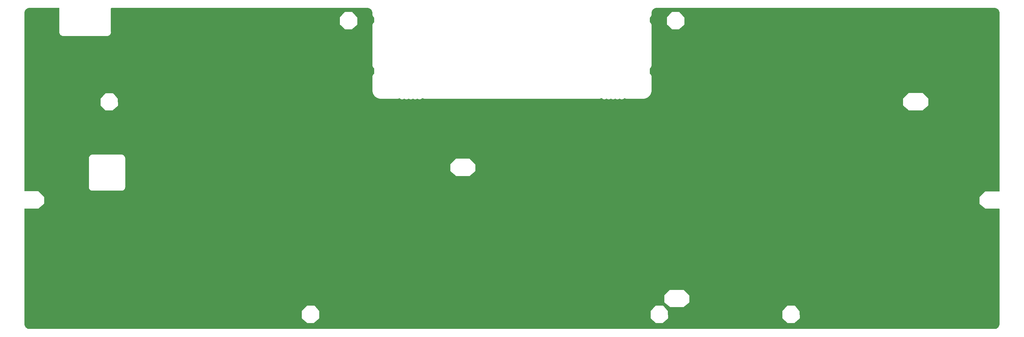
<source format=gtl>
%TF.GenerationSoftware,KiCad,Pcbnew,(6.0.1-0)*%
%TF.CreationDate,2022-02-13T08:08:59+09:00*%
%TF.ProjectId,Nora_plate_bottom,4e6f7261-5f70-46c6-9174-655f626f7474,v.1 (042)*%
%TF.SameCoordinates,Original*%
%TF.FileFunction,Copper,L1,Top*%
%TF.FilePolarity,Positive*%
%FSLAX46Y46*%
G04 Gerber Fmt 4.6, Leading zero omitted, Abs format (unit mm)*
G04 Created by KiCad (PCBNEW (6.0.1-0)) date 2022-02-13 08:08:59*
%MOMM*%
%LPD*%
G01*
G04 APERTURE LIST*
G04 APERTURE END LIST*
%TA.AperFunction,NonConductor*%
G36*
X25995022Y-17584101D02*
G01*
X26009655Y-17586380D01*
X26073886Y-17616627D01*
X26111568Y-17676798D01*
X26115199Y-17694527D01*
X26115894Y-17699837D01*
X26116960Y-17716189D01*
X26116960Y-24625272D01*
X26115460Y-24644656D01*
X26111774Y-24668330D01*
X26112939Y-24677237D01*
X26112934Y-24677629D01*
X26113232Y-24680363D01*
X26113686Y-24685550D01*
X26129625Y-24867737D01*
X26179804Y-25055006D01*
X26182126Y-25059987D01*
X26182127Y-25059988D01*
X26259413Y-25225729D01*
X26259416Y-25225734D01*
X26261739Y-25230716D01*
X26372941Y-25389529D01*
X26510031Y-25526619D01*
X26514539Y-25529776D01*
X26514542Y-25529778D01*
X26664335Y-25634664D01*
X26668844Y-25637821D01*
X26673826Y-25640144D01*
X26673831Y-25640147D01*
X26839572Y-25717433D01*
X26844554Y-25719756D01*
X26849862Y-25721178D01*
X26849864Y-25721179D01*
X27026508Y-25768511D01*
X27026510Y-25768511D01*
X27031823Y-25769935D01*
X27037309Y-25770415D01*
X27037315Y-25770416D01*
X27183470Y-25783204D01*
X27193380Y-25784468D01*
X27212421Y-25787671D01*
X27218802Y-25787749D01*
X27220101Y-25787765D01*
X27220105Y-25787765D01*
X27224960Y-25787824D01*
X27252548Y-25783873D01*
X27270411Y-25782600D01*
X39971753Y-25782600D01*
X39992657Y-25784346D01*
X40012421Y-25787671D01*
X40018563Y-25787746D01*
X40020094Y-25787765D01*
X40020099Y-25787765D01*
X40024960Y-25787824D01*
X40029777Y-25787134D01*
X40029781Y-25787134D01*
X40039328Y-25785767D01*
X40046204Y-25784974D01*
X40086016Y-25781491D01*
X40218097Y-25769935D01*
X40223410Y-25768511D01*
X40223412Y-25768511D01*
X40400056Y-25721179D01*
X40400058Y-25721178D01*
X40405366Y-25719756D01*
X40410348Y-25717433D01*
X40576089Y-25640147D01*
X40576094Y-25640144D01*
X40581076Y-25637821D01*
X40585585Y-25634664D01*
X40735378Y-25529778D01*
X40735381Y-25529776D01*
X40739889Y-25526619D01*
X40876979Y-25389529D01*
X40988181Y-25230716D01*
X40990504Y-25225734D01*
X40990507Y-25225729D01*
X41067793Y-25059988D01*
X41067794Y-25059987D01*
X41070116Y-25055006D01*
X41120295Y-24867737D01*
X41120775Y-24862251D01*
X41120776Y-24862245D01*
X41133564Y-24716090D01*
X41134829Y-24706172D01*
X41138031Y-24687139D01*
X41138184Y-24674600D01*
X41134233Y-24647012D01*
X41132960Y-24629149D01*
X41132960Y-20411718D01*
X107800000Y-20411718D01*
X107800001Y-20468115D01*
X107800022Y-22450000D01*
X107807229Y-22456427D01*
X108071331Y-22691935D01*
X109360004Y-23841086D01*
X111260004Y-23841086D01*
X112860866Y-22450000D01*
X112850000Y-20450000D01*
X111704419Y-19099851D01*
X111461722Y-18813815D01*
X111450000Y-18800000D01*
X109250000Y-18800000D01*
X107800000Y-20400000D01*
X107800000Y-20411718D01*
X41132960Y-20411718D01*
X41132960Y-17727807D01*
X41134706Y-17706905D01*
X41137839Y-17688281D01*
X41168865Y-17624422D01*
X41229490Y-17587474D01*
X41245747Y-17584248D01*
X41248617Y-17583873D01*
X41250205Y-17583665D01*
X41266549Y-17582600D01*
X115750632Y-17582600D01*
X115770016Y-17584100D01*
X115770967Y-17584248D01*
X115784819Y-17586405D01*
X115784821Y-17586405D01*
X115793690Y-17587786D01*
X115802592Y-17586622D01*
X115802594Y-17586622D01*
X115808919Y-17585795D01*
X115834242Y-17585052D01*
X115998086Y-17596770D01*
X116003303Y-17597143D01*
X116021097Y-17599701D01*
X116211500Y-17641121D01*
X116228748Y-17646186D01*
X116411318Y-17714282D01*
X116427670Y-17721749D01*
X116438765Y-17727807D01*
X116598694Y-17815134D01*
X116613808Y-17824848D01*
X116723476Y-17906944D01*
X116769802Y-17941623D01*
X116783388Y-17953396D01*
X116921164Y-18091172D01*
X116932937Y-18104758D01*
X117049712Y-18260752D01*
X117059429Y-18275871D01*
X117152811Y-18446890D01*
X117160278Y-18463242D01*
X117228374Y-18645812D01*
X117233440Y-18663062D01*
X117274859Y-18853463D01*
X117277417Y-18871258D01*
X117289001Y-19033229D01*
X117288257Y-19051133D01*
X117288156Y-19059456D01*
X117286774Y-19068330D01*
X117290378Y-19095884D01*
X117291431Y-19113791D01*
X117287567Y-19422884D01*
X117286077Y-19440694D01*
X117281774Y-19468330D01*
X117282939Y-19477237D01*
X117282934Y-19477629D01*
X117283232Y-19480363D01*
X117283825Y-19487139D01*
X117299625Y-19667737D01*
X117349804Y-19855006D01*
X117352126Y-19859987D01*
X117352127Y-19859988D01*
X117429413Y-20025729D01*
X117429416Y-20025734D01*
X117431739Y-20030716D01*
X117542941Y-20189529D01*
X117680031Y-20326619D01*
X117684539Y-20329776D01*
X117684542Y-20329778D01*
X117746271Y-20373001D01*
X117790599Y-20428458D01*
X117800000Y-20476214D01*
X117800000Y-21672986D01*
X117779998Y-21741107D01*
X117746271Y-21776199D01*
X117684542Y-21819422D01*
X117684541Y-21819423D01*
X117680031Y-21822581D01*
X117542941Y-21959671D01*
X117431739Y-22118484D01*
X117429416Y-22123466D01*
X117429413Y-22123471D01*
X117352127Y-22289212D01*
X117349804Y-22294194D01*
X117299625Y-22481463D01*
X117299146Y-22486942D01*
X117285573Y-22642083D01*
X117284552Y-22650488D01*
X117283155Y-22659457D01*
X117283155Y-22659462D01*
X117281774Y-22668330D01*
X117282938Y-22677232D01*
X117282938Y-22677235D01*
X117285896Y-22699851D01*
X117286960Y-22716189D01*
X117286960Y-34225272D01*
X117285460Y-34244656D01*
X117281774Y-34268330D01*
X117282939Y-34277237D01*
X117282934Y-34277629D01*
X117283232Y-34280363D01*
X117283825Y-34287139D01*
X117299625Y-34467737D01*
X117349804Y-34655006D01*
X117352126Y-34659987D01*
X117352127Y-34659988D01*
X117429413Y-34825729D01*
X117429416Y-34825734D01*
X117431739Y-34830716D01*
X117542941Y-34989529D01*
X117680031Y-35126619D01*
X117684539Y-35129776D01*
X117684542Y-35129778D01*
X117746271Y-35173001D01*
X117790599Y-35228458D01*
X117800000Y-35276214D01*
X117800000Y-36672986D01*
X117779998Y-36741107D01*
X117746271Y-36776199D01*
X117684542Y-36819422D01*
X117684541Y-36819423D01*
X117680031Y-36822581D01*
X117542941Y-36959671D01*
X117431739Y-37118484D01*
X117429416Y-37123466D01*
X117429413Y-37123471D01*
X117352127Y-37289212D01*
X117349804Y-37294194D01*
X117299625Y-37481463D01*
X117299146Y-37486942D01*
X117285573Y-37642083D01*
X117284552Y-37650488D01*
X117283155Y-37659457D01*
X117283155Y-37659462D01*
X117281774Y-37668330D01*
X117285950Y-37700262D01*
X117287013Y-37716436D01*
X117291891Y-41521639D01*
X117290145Y-41542703D01*
X117287696Y-41557260D01*
X117287695Y-41557269D01*
X117286889Y-41562061D01*
X117286736Y-41574600D01*
X117287426Y-41579415D01*
X117287587Y-41581890D01*
X117288155Y-41587485D01*
X117289238Y-41605390D01*
X117305695Y-41877458D01*
X117360387Y-42175901D01*
X117450653Y-42465575D01*
X117575177Y-42742256D01*
X117732144Y-43001911D01*
X117919264Y-43240752D01*
X118133808Y-43455296D01*
X118372649Y-43642416D01*
X118375903Y-43644383D01*
X118629043Y-43797412D01*
X118629047Y-43797414D01*
X118632304Y-43799383D01*
X118751194Y-43852891D01*
X118905509Y-43922343D01*
X118905515Y-43922345D01*
X118908985Y-43923907D01*
X118912621Y-43925040D01*
X119179071Y-44008069D01*
X119198659Y-44014173D01*
X119497102Y-44068865D01*
X119500893Y-44069094D01*
X119500899Y-44069095D01*
X119678955Y-44079864D01*
X119769173Y-44085321D01*
X119782477Y-44086839D01*
X119787421Y-44087671D01*
X119793898Y-44087750D01*
X119795101Y-44087765D01*
X119795105Y-44087765D01*
X119799960Y-44087824D01*
X119827548Y-44083873D01*
X119845411Y-44082600D01*
X124471753Y-44082600D01*
X124492657Y-44084346D01*
X124512421Y-44087671D01*
X124518563Y-44087746D01*
X124520094Y-44087765D01*
X124520099Y-44087765D01*
X124524960Y-44087824D01*
X124529777Y-44087134D01*
X124529781Y-44087134D01*
X124539328Y-44085767D01*
X124546204Y-44084974D01*
X124586016Y-44081491D01*
X124718097Y-44069935D01*
X124723410Y-44068511D01*
X124723412Y-44068511D01*
X124900056Y-44021179D01*
X124900058Y-44021178D01*
X124905366Y-44019756D01*
X124911633Y-44016834D01*
X124983662Y-43983246D01*
X125081076Y-43937821D01*
X125084835Y-43935189D01*
X125153558Y-43918518D01*
X125220650Y-43941739D01*
X125249500Y-43970319D01*
X125254801Y-43977615D01*
X125259711Y-43982036D01*
X125259712Y-43982037D01*
X125377201Y-44087824D01*
X125395739Y-44104516D01*
X125559981Y-44199341D01*
X125566267Y-44201383D01*
X125566266Y-44201383D01*
X125734070Y-44255906D01*
X125734071Y-44255906D01*
X125740349Y-44257946D01*
X125746912Y-44258636D01*
X125746913Y-44258636D01*
X125770347Y-44261099D01*
X125881674Y-44272800D01*
X125976246Y-44272800D01*
X126087573Y-44261099D01*
X126111007Y-44258636D01*
X126111008Y-44258636D01*
X126117571Y-44257946D01*
X126123849Y-44255906D01*
X126123850Y-44255906D01*
X126291654Y-44201383D01*
X126291653Y-44201383D01*
X126297939Y-44199341D01*
X126462181Y-44104516D01*
X126479652Y-44088785D01*
X126543658Y-44058069D01*
X126614111Y-44066834D01*
X126648267Y-44088784D01*
X126665739Y-44104516D01*
X126829981Y-44199341D01*
X126836267Y-44201383D01*
X126836266Y-44201383D01*
X127004070Y-44255906D01*
X127004071Y-44255906D01*
X127010349Y-44257946D01*
X127016912Y-44258636D01*
X127016913Y-44258636D01*
X127040347Y-44261099D01*
X127151674Y-44272800D01*
X127246246Y-44272800D01*
X127357573Y-44261099D01*
X127381007Y-44258636D01*
X127381008Y-44258636D01*
X127387571Y-44257946D01*
X127393849Y-44255906D01*
X127393850Y-44255906D01*
X127561654Y-44201383D01*
X127561653Y-44201383D01*
X127567939Y-44199341D01*
X127732181Y-44104516D01*
X127749652Y-44088785D01*
X127813658Y-44058069D01*
X127884111Y-44066834D01*
X127918267Y-44088784D01*
X127935739Y-44104516D01*
X128099981Y-44199341D01*
X128106267Y-44201383D01*
X128106266Y-44201383D01*
X128274070Y-44255906D01*
X128274071Y-44255906D01*
X128280349Y-44257946D01*
X128286912Y-44258636D01*
X128286913Y-44258636D01*
X128310347Y-44261099D01*
X128421674Y-44272800D01*
X128516246Y-44272800D01*
X128627573Y-44261099D01*
X128651007Y-44258636D01*
X128651008Y-44258636D01*
X128657571Y-44257946D01*
X128663849Y-44255906D01*
X128663850Y-44255906D01*
X128831654Y-44201383D01*
X128831653Y-44201383D01*
X128837939Y-44199341D01*
X129002181Y-44104516D01*
X129019652Y-44088785D01*
X129083658Y-44058069D01*
X129154111Y-44066834D01*
X129188267Y-44088784D01*
X129205739Y-44104516D01*
X129369981Y-44199341D01*
X129376267Y-44201383D01*
X129376266Y-44201383D01*
X129544070Y-44255906D01*
X129544071Y-44255906D01*
X129550349Y-44257946D01*
X129556912Y-44258636D01*
X129556913Y-44258636D01*
X129580347Y-44261099D01*
X129691674Y-44272800D01*
X129786246Y-44272800D01*
X129897573Y-44261099D01*
X129921007Y-44258636D01*
X129921008Y-44258636D01*
X129927571Y-44257946D01*
X129933849Y-44255906D01*
X129933850Y-44255906D01*
X130101654Y-44201383D01*
X130101653Y-44201383D01*
X130107939Y-44199341D01*
X130272181Y-44104516D01*
X130289652Y-44088785D01*
X130353658Y-44058069D01*
X130424111Y-44066834D01*
X130458267Y-44088784D01*
X130475739Y-44104516D01*
X130639981Y-44199341D01*
X130646267Y-44201383D01*
X130646266Y-44201383D01*
X130814070Y-44255906D01*
X130814071Y-44255906D01*
X130820349Y-44257946D01*
X130826912Y-44258636D01*
X130826913Y-44258636D01*
X130850347Y-44261099D01*
X130961674Y-44272800D01*
X131056246Y-44272800D01*
X131167573Y-44261099D01*
X131191007Y-44258636D01*
X131191008Y-44258636D01*
X131197571Y-44257946D01*
X131203849Y-44255906D01*
X131203850Y-44255906D01*
X131371654Y-44201383D01*
X131371653Y-44201383D01*
X131377939Y-44199341D01*
X131542181Y-44104516D01*
X131560720Y-44087824D01*
X131678208Y-43982037D01*
X131678209Y-43982036D01*
X131683119Y-43977615D01*
X131709185Y-43941739D01*
X131725847Y-43918805D01*
X131782069Y-43875451D01*
X131852805Y-43869376D01*
X131900051Y-43889652D01*
X131968844Y-43937821D01*
X131973826Y-43940144D01*
X131973831Y-43940147D01*
X132139572Y-44017433D01*
X132144554Y-44019756D01*
X132149862Y-44021178D01*
X132149864Y-44021179D01*
X132326508Y-44068511D01*
X132326510Y-44068511D01*
X132331823Y-44069935D01*
X132337309Y-44070415D01*
X132337315Y-44070416D01*
X132483470Y-44083204D01*
X132493380Y-44084468D01*
X132512421Y-44087671D01*
X132518802Y-44087749D01*
X132520101Y-44087765D01*
X132520105Y-44087765D01*
X132524960Y-44087824D01*
X132552548Y-44083873D01*
X132570411Y-44082600D01*
X183271753Y-44082600D01*
X183292657Y-44084346D01*
X183312421Y-44087671D01*
X183318563Y-44087746D01*
X183320094Y-44087765D01*
X183320099Y-44087765D01*
X183324960Y-44087824D01*
X183329777Y-44087134D01*
X183329781Y-44087134D01*
X183339328Y-44085767D01*
X183346204Y-44084974D01*
X183386016Y-44081491D01*
X183518097Y-44069935D01*
X183523410Y-44068511D01*
X183523412Y-44068511D01*
X183700056Y-44021179D01*
X183700058Y-44021178D01*
X183705366Y-44019756D01*
X183710348Y-44017433D01*
X183876089Y-43940147D01*
X183876094Y-43940144D01*
X183881076Y-43937821D01*
X183889337Y-43932037D01*
X183969967Y-43875579D01*
X184037241Y-43852891D01*
X184106102Y-43870176D01*
X184144173Y-43904730D01*
X184156915Y-43922267D01*
X184160801Y-43927615D01*
X184165711Y-43932036D01*
X184165712Y-43932037D01*
X184281815Y-44036576D01*
X184301739Y-44054516D01*
X184465981Y-44149341D01*
X184472267Y-44151383D01*
X184472266Y-44151383D01*
X184640070Y-44205906D01*
X184640071Y-44205906D01*
X184646349Y-44207946D01*
X184652912Y-44208636D01*
X184652913Y-44208636D01*
X184676347Y-44211099D01*
X184787674Y-44222800D01*
X184882246Y-44222800D01*
X184993573Y-44211099D01*
X185017007Y-44208636D01*
X185017008Y-44208636D01*
X185023571Y-44207946D01*
X185029849Y-44205906D01*
X185029850Y-44205906D01*
X185197654Y-44151383D01*
X185197653Y-44151383D01*
X185203939Y-44149341D01*
X185368181Y-44054516D01*
X185385652Y-44038785D01*
X185449658Y-44008069D01*
X185520111Y-44016834D01*
X185554267Y-44038784D01*
X185571739Y-44054516D01*
X185735981Y-44149341D01*
X185742267Y-44151383D01*
X185742266Y-44151383D01*
X185910070Y-44205906D01*
X185910071Y-44205906D01*
X185916349Y-44207946D01*
X185922912Y-44208636D01*
X185922913Y-44208636D01*
X185946347Y-44211099D01*
X186057674Y-44222800D01*
X186152246Y-44222800D01*
X186263573Y-44211099D01*
X186287007Y-44208636D01*
X186287008Y-44208636D01*
X186293571Y-44207946D01*
X186299849Y-44205906D01*
X186299850Y-44205906D01*
X186467654Y-44151383D01*
X186467653Y-44151383D01*
X186473939Y-44149341D01*
X186638181Y-44054516D01*
X186655652Y-44038785D01*
X186719658Y-44008069D01*
X186790111Y-44016834D01*
X186824267Y-44038784D01*
X186841739Y-44054516D01*
X187005981Y-44149341D01*
X187012267Y-44151383D01*
X187012266Y-44151383D01*
X187180070Y-44205906D01*
X187180071Y-44205906D01*
X187186349Y-44207946D01*
X187192912Y-44208636D01*
X187192913Y-44208636D01*
X187216347Y-44211099D01*
X187327674Y-44222800D01*
X187422246Y-44222800D01*
X187533573Y-44211099D01*
X187557007Y-44208636D01*
X187557008Y-44208636D01*
X187563571Y-44207946D01*
X187569849Y-44205906D01*
X187569850Y-44205906D01*
X187737654Y-44151383D01*
X187737653Y-44151383D01*
X187743939Y-44149341D01*
X187908181Y-44054516D01*
X187925652Y-44038785D01*
X187989658Y-44008069D01*
X188060111Y-44016834D01*
X188094267Y-44038784D01*
X188111739Y-44054516D01*
X188275981Y-44149341D01*
X188282267Y-44151383D01*
X188282266Y-44151383D01*
X188450070Y-44205906D01*
X188450071Y-44205906D01*
X188456349Y-44207946D01*
X188462912Y-44208636D01*
X188462913Y-44208636D01*
X188486347Y-44211099D01*
X188597674Y-44222800D01*
X188692246Y-44222800D01*
X188803573Y-44211099D01*
X188827007Y-44208636D01*
X188827008Y-44208636D01*
X188833571Y-44207946D01*
X188839849Y-44205906D01*
X188839850Y-44205906D01*
X189007654Y-44151383D01*
X189007653Y-44151383D01*
X189013939Y-44149341D01*
X189178181Y-44054516D01*
X189195652Y-44038785D01*
X189259658Y-44008069D01*
X189330111Y-44016834D01*
X189364267Y-44038784D01*
X189381739Y-44054516D01*
X189545981Y-44149341D01*
X189552267Y-44151383D01*
X189552266Y-44151383D01*
X189720070Y-44205906D01*
X189720071Y-44205906D01*
X189726349Y-44207946D01*
X189732912Y-44208636D01*
X189732913Y-44208636D01*
X189756347Y-44211099D01*
X189867674Y-44222800D01*
X189962246Y-44222800D01*
X190073573Y-44211099D01*
X190097007Y-44208636D01*
X190097008Y-44208636D01*
X190103571Y-44207946D01*
X190109849Y-44205906D01*
X190109850Y-44205906D01*
X190277654Y-44151383D01*
X190277653Y-44151383D01*
X190283939Y-44149341D01*
X190448181Y-44054516D01*
X190586886Y-43929626D01*
X190650891Y-43898910D01*
X190721345Y-43907674D01*
X190743458Y-43920046D01*
X190768844Y-43937821D01*
X190773822Y-43940142D01*
X190773825Y-43940144D01*
X190939572Y-44017433D01*
X190944554Y-44019756D01*
X190949862Y-44021178D01*
X190949864Y-44021179D01*
X191126508Y-44068511D01*
X191126510Y-44068511D01*
X191131823Y-44069935D01*
X191137309Y-44070415D01*
X191137315Y-44070416D01*
X191283470Y-44083204D01*
X191293380Y-44084468D01*
X191312421Y-44087671D01*
X191318802Y-44087749D01*
X191320101Y-44087765D01*
X191320105Y-44087765D01*
X191324960Y-44087824D01*
X191352548Y-44083873D01*
X191370411Y-44082600D01*
X195996753Y-44082600D01*
X196017657Y-44084346D01*
X196037421Y-44087671D01*
X196043749Y-44087748D01*
X196045101Y-44087765D01*
X196045105Y-44087765D01*
X196049960Y-44087824D01*
X196054775Y-44087134D01*
X196057250Y-44086973D01*
X196062845Y-44086405D01*
X196349022Y-44069095D01*
X196349028Y-44069094D01*
X196352818Y-44068865D01*
X196651261Y-44014173D01*
X196670850Y-44008069D01*
X196675237Y-44006702D01*
X271811731Y-44006702D01*
X271811732Y-44054516D01*
X271811753Y-46046054D01*
X273521735Y-47437137D01*
X277461731Y-47437137D01*
X279141093Y-46036815D01*
X279160734Y-44036815D01*
X279144543Y-44021179D01*
X277474764Y-42408637D01*
X277474763Y-42408637D01*
X277461731Y-42396051D01*
X273411731Y-42396051D01*
X271811731Y-43996054D01*
X271811731Y-44006702D01*
X196675237Y-44006702D01*
X196937299Y-43925040D01*
X196940935Y-43923907D01*
X196944405Y-43922345D01*
X196944411Y-43922343D01*
X197098726Y-43852891D01*
X197217616Y-43799383D01*
X197220873Y-43797414D01*
X197220877Y-43797412D01*
X197474017Y-43644383D01*
X197477271Y-43642416D01*
X197716112Y-43455296D01*
X197930656Y-43240752D01*
X198117776Y-43001911D01*
X198274743Y-42742256D01*
X198399267Y-42465575D01*
X198489533Y-42175901D01*
X198544225Y-41877458D01*
X198560681Y-41605387D01*
X198562199Y-41592083D01*
X198562223Y-41591940D01*
X198563031Y-41587139D01*
X198563184Y-41574600D01*
X198559174Y-41546597D01*
X198557902Y-41528903D01*
X198553029Y-37727561D01*
X198554775Y-37706497D01*
X198557224Y-37691940D01*
X198557225Y-37691931D01*
X198558031Y-37687139D01*
X198558184Y-37674600D01*
X198557287Y-37668330D01*
X198556127Y-37660232D01*
X198555334Y-37653356D01*
X198540774Y-37486943D01*
X198540774Y-37486942D01*
X198540295Y-37481463D01*
X198490116Y-37294194D01*
X198487793Y-37289212D01*
X198410507Y-37123471D01*
X198410504Y-37123466D01*
X198408181Y-37118484D01*
X198296979Y-36959671D01*
X198159889Y-36822581D01*
X198153732Y-36818270D01*
X198153176Y-36817575D01*
X198151165Y-36815887D01*
X198151504Y-36815483D01*
X198109402Y-36762815D01*
X198100000Y-36715055D01*
X198100000Y-35234145D01*
X198120002Y-35166024D01*
X198151294Y-35133467D01*
X198151165Y-35133313D01*
X198152595Y-35132113D01*
X198153732Y-35130930D01*
X198155379Y-35129777D01*
X198159889Y-35126619D01*
X198296979Y-34989529D01*
X198408181Y-34830716D01*
X198410504Y-34825734D01*
X198410507Y-34825729D01*
X198487793Y-34659988D01*
X198487794Y-34659987D01*
X198490116Y-34655006D01*
X198540295Y-34467737D01*
X198540775Y-34462251D01*
X198540776Y-34462245D01*
X198553564Y-34316090D01*
X198554829Y-34306172D01*
X198558031Y-34287139D01*
X198558184Y-34274600D01*
X198554233Y-34247012D01*
X198552960Y-34229149D01*
X198552960Y-22727807D01*
X198554706Y-22706903D01*
X198557224Y-22691935D01*
X198558031Y-22687139D01*
X198558184Y-22674600D01*
X198557287Y-22668330D01*
X198556127Y-22660232D01*
X198555334Y-22653356D01*
X198540774Y-22486943D01*
X198540774Y-22486942D01*
X198540295Y-22481463D01*
X198533587Y-22456427D01*
X198491539Y-22299504D01*
X198491538Y-22299502D01*
X198490116Y-22294194D01*
X198487793Y-22289212D01*
X198410507Y-22123471D01*
X198410504Y-22123466D01*
X198408181Y-22118484D01*
X198296979Y-21959671D01*
X198159889Y-21822581D01*
X198153732Y-21818270D01*
X198153176Y-21817575D01*
X198151165Y-21815887D01*
X198151504Y-21815483D01*
X198109402Y-21762815D01*
X198100000Y-21715055D01*
X198100000Y-20434145D01*
X198106585Y-20411718D01*
X203050000Y-20411718D01*
X203050001Y-20468115D01*
X203050022Y-22450000D01*
X203057229Y-22456427D01*
X203321331Y-22691935D01*
X204610004Y-23841086D01*
X206510004Y-23841086D01*
X208110866Y-22450000D01*
X208100000Y-20450000D01*
X206954419Y-19099851D01*
X206711722Y-18813815D01*
X206700000Y-18800000D01*
X204500000Y-18800000D01*
X203050000Y-20400000D01*
X203050000Y-20411718D01*
X198106585Y-20411718D01*
X198120002Y-20366024D01*
X198151294Y-20333467D01*
X198151165Y-20333313D01*
X198152595Y-20332113D01*
X198153732Y-20330930D01*
X198155379Y-20329777D01*
X198159889Y-20326619D01*
X198296979Y-20189529D01*
X198408181Y-20030716D01*
X198410504Y-20025734D01*
X198410507Y-20025729D01*
X198487793Y-19859988D01*
X198487794Y-19859987D01*
X198490116Y-19855006D01*
X198540295Y-19667737D01*
X198540775Y-19662251D01*
X198540776Y-19662245D01*
X198553564Y-19516090D01*
X198554829Y-19506172D01*
X198558031Y-19487139D01*
X198558184Y-19474600D01*
X198554801Y-19450978D01*
X198553538Y-19431540D01*
X198557353Y-19126316D01*
X198558843Y-19108506D01*
X198561765Y-19089741D01*
X198561765Y-19089739D01*
X198563146Y-19080870D01*
X198561982Y-19071966D01*
X198561155Y-19065641D01*
X198560412Y-19040313D01*
X198572503Y-18871257D01*
X198575061Y-18853463D01*
X198616480Y-18663062D01*
X198621546Y-18645812D01*
X198689642Y-18463242D01*
X198697109Y-18446890D01*
X198790491Y-18275871D01*
X198800208Y-18260752D01*
X198916983Y-18104758D01*
X198928756Y-18091172D01*
X199066532Y-17953396D01*
X199080118Y-17941623D01*
X199126444Y-17906944D01*
X199236112Y-17824848D01*
X199251226Y-17815134D01*
X199411155Y-17727807D01*
X199422250Y-17721749D01*
X199438602Y-17714282D01*
X199621172Y-17646186D01*
X199638420Y-17641121D01*
X199828823Y-17599701D01*
X199846618Y-17597143D01*
X199895517Y-17593646D01*
X200008591Y-17585559D01*
X200026493Y-17586303D01*
X200034818Y-17586405D01*
X200043690Y-17587786D01*
X200052592Y-17586622D01*
X200052595Y-17586622D01*
X200072751Y-17583986D01*
X200075212Y-17583664D01*
X200091549Y-17582600D01*
X298375632Y-17582600D01*
X298395016Y-17584100D01*
X298395967Y-17584248D01*
X298409819Y-17586405D01*
X298409821Y-17586405D01*
X298418690Y-17587786D01*
X298427592Y-17586622D01*
X298427594Y-17586622D01*
X298433919Y-17585795D01*
X298459242Y-17585052D01*
X298623086Y-17596770D01*
X298628303Y-17597143D01*
X298646097Y-17599701D01*
X298836500Y-17641121D01*
X298853748Y-17646186D01*
X299036318Y-17714282D01*
X299052670Y-17721749D01*
X299063765Y-17727807D01*
X299223694Y-17815134D01*
X299238808Y-17824848D01*
X299348476Y-17906944D01*
X299394802Y-17941623D01*
X299408388Y-17953396D01*
X299546164Y-18091172D01*
X299557937Y-18104758D01*
X299674712Y-18260752D01*
X299684429Y-18275871D01*
X299777811Y-18446890D01*
X299785278Y-18463242D01*
X299853374Y-18645812D01*
X299858440Y-18663062D01*
X299899859Y-18853463D01*
X299902417Y-18871258D01*
X299914001Y-19033229D01*
X299913257Y-19051133D01*
X299913155Y-19059458D01*
X299911774Y-19068330D01*
X299912938Y-19077232D01*
X299912938Y-19077235D01*
X299915896Y-19099851D01*
X299916960Y-19116189D01*
X299916960Y-70938765D01*
X299896958Y-71006886D01*
X299843302Y-71053379D01*
X299792112Y-71064760D01*
X299709956Y-71065511D01*
X299709139Y-71065518D01*
X299707988Y-71065523D01*
X295658592Y-71065523D01*
X294058592Y-72665526D01*
X294058614Y-74715526D01*
X295768596Y-76106609D01*
X299708592Y-76106609D01*
X299790469Y-76106289D01*
X299858666Y-76126025D01*
X299905368Y-76179498D01*
X299916960Y-76232288D01*
X299916960Y-109625272D01*
X299915460Y-109644656D01*
X299911774Y-109668330D01*
X299912938Y-109677232D01*
X299912938Y-109677234D01*
X299913765Y-109683559D01*
X299914508Y-109708887D01*
X299902417Y-109877943D01*
X299899859Y-109895737D01*
X299858440Y-110086138D01*
X299853374Y-110103388D01*
X299785278Y-110285958D01*
X299777811Y-110302310D01*
X299684429Y-110473329D01*
X299674712Y-110488448D01*
X299616976Y-110565575D01*
X299557937Y-110644442D01*
X299546164Y-110658028D01*
X299408388Y-110795804D01*
X299394801Y-110807577D01*
X299238808Y-110924352D01*
X299223694Y-110934066D01*
X299117980Y-110991790D01*
X299052670Y-111027451D01*
X299036318Y-111034918D01*
X298853748Y-111103014D01*
X298836500Y-111108079D01*
X298672982Y-111143651D01*
X298646097Y-111149499D01*
X298628302Y-111152057D01*
X298579403Y-111155554D01*
X298466329Y-111163641D01*
X298448427Y-111162897D01*
X298440102Y-111162795D01*
X298431230Y-111161414D01*
X298422328Y-111162578D01*
X298422325Y-111162578D01*
X298399709Y-111165536D01*
X298383371Y-111166600D01*
X17474288Y-111166600D01*
X17454903Y-111165100D01*
X17454621Y-111165056D01*
X17452077Y-111164660D01*
X17440101Y-111162795D01*
X17440099Y-111162795D01*
X17431230Y-111161414D01*
X17422328Y-111162578D01*
X17422326Y-111162578D01*
X17416001Y-111163405D01*
X17390678Y-111164148D01*
X17221617Y-111152057D01*
X17203823Y-111149499D01*
X17176938Y-111143651D01*
X17013420Y-111108079D01*
X16996172Y-111103014D01*
X16813602Y-111034918D01*
X16797250Y-111027451D01*
X16731940Y-110991790D01*
X16626226Y-110934066D01*
X16611112Y-110924352D01*
X16455119Y-110807577D01*
X16441532Y-110795804D01*
X16303756Y-110658028D01*
X16291983Y-110644442D01*
X16232944Y-110565575D01*
X16175208Y-110488448D01*
X16165491Y-110473329D01*
X16072109Y-110302310D01*
X16064642Y-110285958D01*
X15996546Y-110103388D01*
X15991480Y-110086138D01*
X15950061Y-109895737D01*
X15947503Y-109877942D01*
X15935919Y-109715971D01*
X15936663Y-109698067D01*
X15936765Y-109689742D01*
X15938146Y-109680870D01*
X15936507Y-109668330D01*
X15934024Y-109649349D01*
X15932960Y-109633011D01*
X15932960Y-106011718D01*
X96750000Y-106011718D01*
X96750001Y-106068115D01*
X96750022Y-108050000D01*
X96757229Y-108056427D01*
X98296484Y-109429030D01*
X98310004Y-109441086D01*
X100210004Y-109441086D01*
X101810866Y-108050000D01*
X101800000Y-106050000D01*
X101767518Y-106011718D01*
X198300000Y-106011718D01*
X198300001Y-106068115D01*
X198300022Y-108050000D01*
X198307229Y-108056427D01*
X199846484Y-109429030D01*
X199860004Y-109441086D01*
X201760004Y-109441086D01*
X203360866Y-108050000D01*
X203350000Y-106050000D01*
X203317518Y-106011718D01*
X236650000Y-106011718D01*
X236650001Y-106068115D01*
X236650022Y-108050000D01*
X236657229Y-108056427D01*
X238196484Y-109429030D01*
X238210004Y-109441086D01*
X240110004Y-109441086D01*
X241710866Y-108050000D01*
X241700000Y-106050000D01*
X240300000Y-104400000D01*
X238100000Y-104400000D01*
X236650000Y-106000000D01*
X236650000Y-106011718D01*
X203317518Y-106011718D01*
X201950000Y-104400000D01*
X199750000Y-104400000D01*
X198300000Y-106000000D01*
X198300000Y-106011718D01*
X101767518Y-106011718D01*
X100400000Y-104400000D01*
X98200000Y-104400000D01*
X96750000Y-106000000D01*
X96750000Y-106011718D01*
X15932960Y-106011718D01*
X15932960Y-101365526D01*
X202258592Y-101365526D01*
X202258614Y-103415526D01*
X203968596Y-104806609D01*
X207908592Y-104806609D01*
X209587954Y-103406287D01*
X209607595Y-101406287D01*
X207908592Y-99765523D01*
X203858592Y-99765523D01*
X202258592Y-101365526D01*
X15932960Y-101365526D01*
X15932960Y-76182572D01*
X15952962Y-76114451D01*
X16006618Y-76067958D01*
X16059456Y-76056573D01*
X16067259Y-76056604D01*
X16068596Y-76056609D01*
X20008592Y-76056609D01*
X21687954Y-74656287D01*
X21707595Y-72656287D01*
X20008592Y-71015523D01*
X16058960Y-71015523D01*
X15990839Y-70995521D01*
X15944346Y-70941865D01*
X15932960Y-70889523D01*
X15932960Y-69748330D01*
X34711774Y-69748330D01*
X34712939Y-69757237D01*
X34712934Y-69757629D01*
X34713232Y-69760363D01*
X34713686Y-69765550D01*
X34729625Y-69947737D01*
X34779804Y-70135006D01*
X34782126Y-70139987D01*
X34782127Y-70139988D01*
X34859413Y-70305729D01*
X34859416Y-70305734D01*
X34861739Y-70310716D01*
X34972941Y-70469529D01*
X35110031Y-70606619D01*
X35114539Y-70609776D01*
X35114542Y-70609778D01*
X35264335Y-70714664D01*
X35268844Y-70717821D01*
X35273826Y-70720144D01*
X35273831Y-70720147D01*
X35439572Y-70797433D01*
X35444554Y-70799756D01*
X35449862Y-70801178D01*
X35449864Y-70801179D01*
X35626508Y-70848511D01*
X35626510Y-70848511D01*
X35631823Y-70849935D01*
X35637309Y-70850415D01*
X35637315Y-70850416D01*
X35783470Y-70863204D01*
X35793380Y-70864468D01*
X35812421Y-70867671D01*
X35818802Y-70867749D01*
X35820101Y-70867765D01*
X35820105Y-70867765D01*
X35824960Y-70867824D01*
X35852548Y-70863873D01*
X35870411Y-70862600D01*
X44121753Y-70862600D01*
X44142657Y-70864346D01*
X44162421Y-70867671D01*
X44168563Y-70867746D01*
X44170094Y-70867765D01*
X44170099Y-70867765D01*
X44174960Y-70867824D01*
X44179777Y-70867134D01*
X44179781Y-70867134D01*
X44189328Y-70865767D01*
X44196204Y-70864974D01*
X44236016Y-70861491D01*
X44368097Y-70849935D01*
X44373410Y-70848511D01*
X44373412Y-70848511D01*
X44550056Y-70801179D01*
X44550058Y-70801178D01*
X44555366Y-70799756D01*
X44560348Y-70797433D01*
X44726089Y-70720147D01*
X44726094Y-70720144D01*
X44731076Y-70717821D01*
X44735585Y-70714664D01*
X44885378Y-70609778D01*
X44885381Y-70609776D01*
X44889889Y-70606619D01*
X45026979Y-70469529D01*
X45138181Y-70310716D01*
X45140504Y-70305734D01*
X45140507Y-70305729D01*
X45217793Y-70139988D01*
X45217794Y-70139987D01*
X45220116Y-70135006D01*
X45270295Y-69947737D01*
X45270775Y-69942251D01*
X45270776Y-69942245D01*
X45283564Y-69796090D01*
X45284829Y-69786172D01*
X45288031Y-69767139D01*
X45288184Y-69754600D01*
X45284233Y-69727012D01*
X45282960Y-69709149D01*
X45282960Y-63150003D01*
X139950000Y-63150003D01*
X139950022Y-65200003D01*
X141660004Y-66591086D01*
X145600000Y-66591086D01*
X147279362Y-65190764D01*
X147299003Y-63190764D01*
X145600000Y-61550000D01*
X141550000Y-61550000D01*
X139950000Y-63150003D01*
X45282960Y-63150003D01*
X45282960Y-61507807D01*
X45284706Y-61486903D01*
X45287224Y-61471935D01*
X45288031Y-61467139D01*
X45288184Y-61454600D01*
X45287287Y-61448330D01*
X45286127Y-61440232D01*
X45285334Y-61433356D01*
X45270774Y-61266943D01*
X45270774Y-61266942D01*
X45270295Y-61261463D01*
X45220116Y-61074194D01*
X45217793Y-61069212D01*
X45140507Y-60903471D01*
X45140504Y-60903466D01*
X45138181Y-60898484D01*
X45026979Y-60739671D01*
X44889889Y-60602581D01*
X44885381Y-60599424D01*
X44885378Y-60599422D01*
X44735585Y-60494536D01*
X44735583Y-60494535D01*
X44731076Y-60491379D01*
X44726094Y-60489056D01*
X44726089Y-60489053D01*
X44560348Y-60411767D01*
X44560347Y-60411766D01*
X44555366Y-60409444D01*
X44550058Y-60408022D01*
X44550056Y-60408021D01*
X44373412Y-60360689D01*
X44373410Y-60360689D01*
X44368097Y-60359265D01*
X44362611Y-60358785D01*
X44362605Y-60358784D01*
X44216450Y-60345996D01*
X44206540Y-60344732D01*
X44187499Y-60341529D01*
X44181118Y-60341451D01*
X44179819Y-60341435D01*
X44179815Y-60341435D01*
X44174960Y-60341376D01*
X44150675Y-60344854D01*
X44147372Y-60345327D01*
X44129509Y-60346600D01*
X35878167Y-60346600D01*
X35857263Y-60344854D01*
X35848816Y-60343433D01*
X35837499Y-60341529D01*
X35831357Y-60341454D01*
X35829826Y-60341435D01*
X35829821Y-60341435D01*
X35824960Y-60341376D01*
X35820143Y-60342066D01*
X35820139Y-60342066D01*
X35810592Y-60343433D01*
X35803716Y-60344226D01*
X35763904Y-60347709D01*
X35631823Y-60359265D01*
X35626510Y-60360689D01*
X35626508Y-60360689D01*
X35449864Y-60408021D01*
X35449862Y-60408022D01*
X35444554Y-60409444D01*
X35439573Y-60411766D01*
X35439572Y-60411767D01*
X35273831Y-60489053D01*
X35273826Y-60489056D01*
X35268844Y-60491379D01*
X35264337Y-60494535D01*
X35264335Y-60494536D01*
X35114542Y-60599422D01*
X35114539Y-60599424D01*
X35110031Y-60602581D01*
X34972941Y-60739671D01*
X34861739Y-60898484D01*
X34859416Y-60903466D01*
X34859413Y-60903471D01*
X34782127Y-61069212D01*
X34779804Y-61074194D01*
X34729625Y-61261463D01*
X34729146Y-61266942D01*
X34715573Y-61422083D01*
X34714552Y-61430488D01*
X34713155Y-61439457D01*
X34713155Y-61439462D01*
X34711774Y-61448330D01*
X34712938Y-61457232D01*
X34712938Y-61457235D01*
X34715896Y-61479851D01*
X34716960Y-61496189D01*
X34716960Y-69705272D01*
X34715460Y-69724656D01*
X34711774Y-69748330D01*
X15932960Y-69748330D01*
X15932960Y-44061718D01*
X38109437Y-44061718D01*
X38109439Y-44201383D01*
X38109459Y-46100000D01*
X38116666Y-46106427D01*
X39599735Y-47428927D01*
X39669441Y-47491086D01*
X41569441Y-47491086D01*
X43170303Y-46100000D01*
X43159437Y-44100000D01*
X42007412Y-42742256D01*
X41771159Y-42463815D01*
X41759437Y-42450000D01*
X39559437Y-42450000D01*
X38109437Y-44050000D01*
X38109437Y-44061718D01*
X15932960Y-44061718D01*
X15932960Y-19123928D01*
X15934460Y-19104543D01*
X15936765Y-19089741D01*
X15936765Y-19089739D01*
X15938146Y-19080870D01*
X15936982Y-19071966D01*
X15936155Y-19065641D01*
X15935412Y-19040313D01*
X15947503Y-18871257D01*
X15950061Y-18853463D01*
X15991480Y-18663062D01*
X15996546Y-18645812D01*
X16064642Y-18463242D01*
X16072109Y-18446890D01*
X16165491Y-18275871D01*
X16175208Y-18260752D01*
X16291983Y-18104758D01*
X16303756Y-18091172D01*
X16441532Y-17953396D01*
X16455118Y-17941623D01*
X16501444Y-17906944D01*
X16611112Y-17824848D01*
X16626226Y-17815134D01*
X16786155Y-17727807D01*
X16797250Y-17721749D01*
X16813602Y-17714282D01*
X16996172Y-17646186D01*
X17013420Y-17641121D01*
X17203823Y-17599701D01*
X17221618Y-17597143D01*
X17270517Y-17593646D01*
X17383591Y-17585559D01*
X17401493Y-17586303D01*
X17409818Y-17586405D01*
X17418690Y-17587786D01*
X17427592Y-17586622D01*
X17427595Y-17586622D01*
X17447751Y-17583986D01*
X17450212Y-17583664D01*
X17466549Y-17582600D01*
X25975632Y-17582600D01*
X25995022Y-17584101D01*
G37*
%TD.AperFunction*%
M02*

</source>
